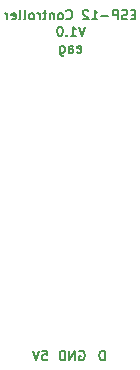
<source format=gbr>
G04 #@! TF.FileFunction,Legend,Bot*
%FSLAX46Y46*%
G04 Gerber Fmt 4.6, Leading zero omitted, Abs format (unit mm)*
G04 Created by KiCad (PCBNEW 4.0.7) date 12/19/17 15:23:22*
%MOMM*%
%LPD*%
G01*
G04 APERTURE LIST*
%ADD10C,0.100000*%
%ADD11C,0.200000*%
G04 APERTURE END LIST*
D10*
D11*
X152228524Y-119995905D02*
X152228524Y-119195905D01*
X152038048Y-119195905D01*
X151923762Y-119234000D01*
X151847571Y-119310190D01*
X151809476Y-119386381D01*
X151771381Y-119538762D01*
X151771381Y-119653048D01*
X151809476Y-119805429D01*
X151847571Y-119881619D01*
X151923762Y-119957810D01*
X152038048Y-119995905D01*
X152228524Y-119995905D01*
X150088523Y-119234000D02*
X150164714Y-119195905D01*
X150278999Y-119195905D01*
X150393285Y-119234000D01*
X150469476Y-119310190D01*
X150507571Y-119386381D01*
X150545666Y-119538762D01*
X150545666Y-119653048D01*
X150507571Y-119805429D01*
X150469476Y-119881619D01*
X150393285Y-119957810D01*
X150278999Y-119995905D01*
X150202809Y-119995905D01*
X150088523Y-119957810D01*
X150050428Y-119919714D01*
X150050428Y-119653048D01*
X150202809Y-119653048D01*
X149707571Y-119995905D02*
X149707571Y-119195905D01*
X149250428Y-119995905D01*
X149250428Y-119195905D01*
X148869476Y-119995905D02*
X148869476Y-119195905D01*
X148679000Y-119195905D01*
X148564714Y-119234000D01*
X148488523Y-119310190D01*
X148450428Y-119386381D01*
X148412333Y-119538762D01*
X148412333Y-119653048D01*
X148450428Y-119805429D01*
X148488523Y-119881619D01*
X148564714Y-119957810D01*
X148679000Y-119995905D01*
X148869476Y-119995905D01*
X146964380Y-119195905D02*
X147345333Y-119195905D01*
X147383428Y-119576857D01*
X147345333Y-119538762D01*
X147269142Y-119500667D01*
X147078666Y-119500667D01*
X147002476Y-119538762D01*
X146964380Y-119576857D01*
X146926285Y-119653048D01*
X146926285Y-119843524D01*
X146964380Y-119919714D01*
X147002476Y-119957810D01*
X147078666Y-119995905D01*
X147269142Y-119995905D01*
X147345333Y-119957810D01*
X147383428Y-119919714D01*
X146697714Y-119195905D02*
X146431047Y-119995905D01*
X146164380Y-119195905D01*
X154837716Y-90744857D02*
X154571049Y-90744857D01*
X154456763Y-91163905D02*
X154837716Y-91163905D01*
X154837716Y-90363905D01*
X154456763Y-90363905D01*
X154152001Y-91125810D02*
X154037715Y-91163905D01*
X153847239Y-91163905D01*
X153771049Y-91125810D01*
X153732953Y-91087714D01*
X153694858Y-91011524D01*
X153694858Y-90935333D01*
X153732953Y-90859143D01*
X153771049Y-90821048D01*
X153847239Y-90782952D01*
X153999620Y-90744857D01*
X154075811Y-90706762D01*
X154113906Y-90668667D01*
X154152001Y-90592476D01*
X154152001Y-90516286D01*
X154113906Y-90440095D01*
X154075811Y-90402000D01*
X153999620Y-90363905D01*
X153809144Y-90363905D01*
X153694858Y-90402000D01*
X153352001Y-91163905D02*
X153352001Y-90363905D01*
X153047239Y-90363905D01*
X152971048Y-90402000D01*
X152932953Y-90440095D01*
X152894858Y-90516286D01*
X152894858Y-90630571D01*
X152932953Y-90706762D01*
X152971048Y-90744857D01*
X153047239Y-90782952D01*
X153352001Y-90782952D01*
X152552001Y-90859143D02*
X151942477Y-90859143D01*
X151142477Y-91163905D02*
X151599620Y-91163905D01*
X151371049Y-91163905D02*
X151371049Y-90363905D01*
X151447239Y-90478190D01*
X151523430Y-90554381D01*
X151599620Y-90592476D01*
X150837715Y-90440095D02*
X150799620Y-90402000D01*
X150723429Y-90363905D01*
X150532953Y-90363905D01*
X150456763Y-90402000D01*
X150418667Y-90440095D01*
X150380572Y-90516286D01*
X150380572Y-90592476D01*
X150418667Y-90706762D01*
X150875810Y-91163905D01*
X150380572Y-91163905D01*
X148971048Y-91087714D02*
X149009143Y-91125810D01*
X149123429Y-91163905D01*
X149199619Y-91163905D01*
X149313905Y-91125810D01*
X149390096Y-91049619D01*
X149428191Y-90973429D01*
X149466286Y-90821048D01*
X149466286Y-90706762D01*
X149428191Y-90554381D01*
X149390096Y-90478190D01*
X149313905Y-90402000D01*
X149199619Y-90363905D01*
X149123429Y-90363905D01*
X149009143Y-90402000D01*
X148971048Y-90440095D01*
X148513905Y-91163905D02*
X148590096Y-91125810D01*
X148628191Y-91087714D01*
X148666286Y-91011524D01*
X148666286Y-90782952D01*
X148628191Y-90706762D01*
X148590096Y-90668667D01*
X148513905Y-90630571D01*
X148399619Y-90630571D01*
X148323429Y-90668667D01*
X148285334Y-90706762D01*
X148247238Y-90782952D01*
X148247238Y-91011524D01*
X148285334Y-91087714D01*
X148323429Y-91125810D01*
X148399619Y-91163905D01*
X148513905Y-91163905D01*
X147904381Y-90630571D02*
X147904381Y-91163905D01*
X147904381Y-90706762D02*
X147866286Y-90668667D01*
X147790095Y-90630571D01*
X147675809Y-90630571D01*
X147599619Y-90668667D01*
X147561524Y-90744857D01*
X147561524Y-91163905D01*
X147294857Y-90630571D02*
X146990095Y-90630571D01*
X147180571Y-90363905D02*
X147180571Y-91049619D01*
X147142476Y-91125810D01*
X147066285Y-91163905D01*
X146990095Y-91163905D01*
X146723428Y-91163905D02*
X146723428Y-90630571D01*
X146723428Y-90782952D02*
X146685333Y-90706762D01*
X146647237Y-90668667D01*
X146571047Y-90630571D01*
X146494856Y-90630571D01*
X146113904Y-91163905D02*
X146190095Y-91125810D01*
X146228190Y-91087714D01*
X146266285Y-91011524D01*
X146266285Y-90782952D01*
X146228190Y-90706762D01*
X146190095Y-90668667D01*
X146113904Y-90630571D01*
X145999618Y-90630571D01*
X145923428Y-90668667D01*
X145885333Y-90706762D01*
X145847237Y-90782952D01*
X145847237Y-91011524D01*
X145885333Y-91087714D01*
X145923428Y-91125810D01*
X145999618Y-91163905D01*
X146113904Y-91163905D01*
X145390094Y-91163905D02*
X145466285Y-91125810D01*
X145504380Y-91049619D01*
X145504380Y-90363905D01*
X144971046Y-91163905D02*
X145047237Y-91125810D01*
X145085332Y-91049619D01*
X145085332Y-90363905D01*
X144361522Y-91125810D02*
X144437712Y-91163905D01*
X144590093Y-91163905D01*
X144666284Y-91125810D01*
X144704379Y-91049619D01*
X144704379Y-90744857D01*
X144666284Y-90668667D01*
X144590093Y-90630571D01*
X144437712Y-90630571D01*
X144361522Y-90668667D01*
X144323427Y-90744857D01*
X144323427Y-90821048D01*
X144704379Y-90897238D01*
X143980570Y-91163905D02*
X143980570Y-90630571D01*
X143980570Y-90782952D02*
X143942475Y-90706762D01*
X143904379Y-90668667D01*
X143828189Y-90630571D01*
X143751998Y-90630571D01*
X150571048Y-91763905D02*
X150304381Y-92563905D01*
X150037714Y-91763905D01*
X149352000Y-92563905D02*
X149809143Y-92563905D01*
X149580572Y-92563905D02*
X149580572Y-91763905D01*
X149656762Y-91878190D01*
X149732953Y-91954381D01*
X149809143Y-91992476D01*
X149009143Y-92487714D02*
X148971048Y-92525810D01*
X149009143Y-92563905D01*
X149047238Y-92525810D01*
X149009143Y-92487714D01*
X149009143Y-92563905D01*
X148475810Y-91763905D02*
X148399619Y-91763905D01*
X148323429Y-91802000D01*
X148285334Y-91840095D01*
X148247238Y-91916286D01*
X148209143Y-92068667D01*
X148209143Y-92259143D01*
X148247238Y-92411524D01*
X148285334Y-92487714D01*
X148323429Y-92525810D01*
X148399619Y-92563905D01*
X148475810Y-92563905D01*
X148552000Y-92525810D01*
X148590096Y-92487714D01*
X148628191Y-92411524D01*
X148666286Y-92259143D01*
X148666286Y-92068667D01*
X148628191Y-91916286D01*
X148590096Y-91840095D01*
X148552000Y-91802000D01*
X148475810Y-91763905D01*
X149923429Y-93925810D02*
X149999619Y-93963905D01*
X150152000Y-93963905D01*
X150228191Y-93925810D01*
X150266286Y-93849619D01*
X150266286Y-93544857D01*
X150228191Y-93468667D01*
X150152000Y-93430571D01*
X149999619Y-93430571D01*
X149923429Y-93468667D01*
X149885334Y-93544857D01*
X149885334Y-93621048D01*
X150266286Y-93697238D01*
X149199620Y-93963905D02*
X149199620Y-93544857D01*
X149237715Y-93468667D01*
X149313905Y-93430571D01*
X149466286Y-93430571D01*
X149542477Y-93468667D01*
X149199620Y-93925810D02*
X149275810Y-93963905D01*
X149466286Y-93963905D01*
X149542477Y-93925810D01*
X149580572Y-93849619D01*
X149580572Y-93773429D01*
X149542477Y-93697238D01*
X149466286Y-93659143D01*
X149275810Y-93659143D01*
X149199620Y-93621048D01*
X148475810Y-93430571D02*
X148475810Y-94078190D01*
X148513905Y-94154381D01*
X148552000Y-94192476D01*
X148628191Y-94230571D01*
X148742476Y-94230571D01*
X148818667Y-94192476D01*
X148475810Y-93925810D02*
X148552000Y-93963905D01*
X148704381Y-93963905D01*
X148780572Y-93925810D01*
X148818667Y-93887714D01*
X148856762Y-93811524D01*
X148856762Y-93582952D01*
X148818667Y-93506762D01*
X148780572Y-93468667D01*
X148704381Y-93430571D01*
X148552000Y-93430571D01*
X148475810Y-93468667D01*
M02*

</source>
